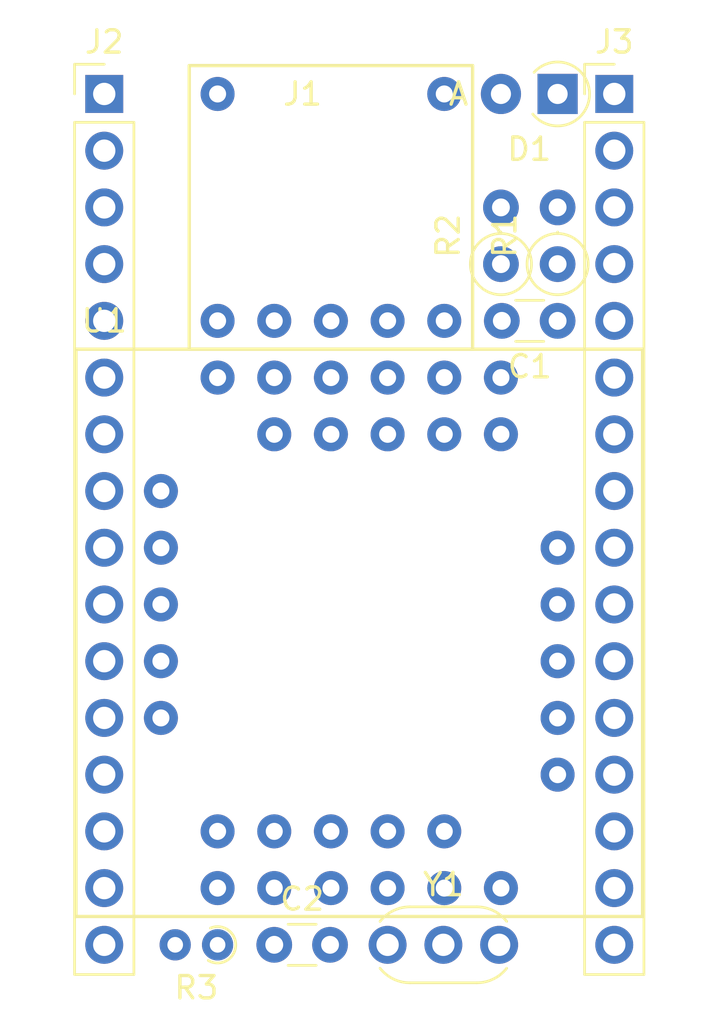
<source format=kicad_pcb>
(kicad_pcb (version 20171130) (host pcbnew 5.0.2+dfsg1-1~bpo9+1)

  (general
    (thickness 1.6)
    (drawings 0)
    (tracks 0)
    (zones 0)
    (modules 11)
    (nets 42)
  )

  (page A4)
  (layers
    (0 F.Cu signal)
    (31 B.Cu signal)
    (32 B.Adhes user)
    (33 F.Adhes user)
    (34 B.Paste user)
    (35 F.Paste user)
    (36 B.SilkS user)
    (37 F.SilkS user)
    (38 B.Mask user)
    (39 F.Mask user)
    (40 Dwgs.User user)
    (41 Cmts.User user)
    (42 Eco1.User user)
    (43 Eco2.User user)
    (44 Edge.Cuts user)
    (45 Margin user)
    (46 B.CrtYd user)
    (47 F.CrtYd user)
    (48 B.Fab user)
    (49 F.Fab user)
  )

  (setup
    (last_trace_width 0.25)
    (trace_clearance 0.2)
    (zone_clearance 0.508)
    (zone_45_only no)
    (trace_min 0.2)
    (segment_width 0.2)
    (edge_width 0.1)
    (via_size 0.8)
    (via_drill 0.4)
    (via_min_size 0.4)
    (via_min_drill 0.3)
    (uvia_size 0.3)
    (uvia_drill 0.1)
    (uvias_allowed no)
    (uvia_min_size 0.2)
    (uvia_min_drill 0.1)
    (pcb_text_width 0.3)
    (pcb_text_size 1.5 1.5)
    (mod_edge_width 0.15)
    (mod_text_size 1 1)
    (mod_text_width 0.15)
    (pad_size 1.5 1.5)
    (pad_drill 0.6)
    (pad_to_mask_clearance 0)
    (solder_mask_min_width 0.25)
    (aux_axis_origin 0 0)
    (visible_elements FFFFFF7F)
    (pcbplotparams
      (layerselection 0x010fc_ffffffff)
      (usegerberextensions false)
      (usegerberattributes false)
      (usegerberadvancedattributes false)
      (creategerberjobfile false)
      (excludeedgelayer true)
      (linewidth 0.100000)
      (plotframeref false)
      (viasonmask false)
      (mode 1)
      (useauxorigin false)
      (hpglpennumber 1)
      (hpglpenspeed 20)
      (hpglpendiameter 15.000000)
      (psnegative false)
      (psa4output false)
      (plotreference true)
      (plotvalue true)
      (plotinvisibletext false)
      (padsonsilk false)
      (subtractmaskfromsilk false)
      (outputformat 1)
      (mirror false)
      (drillshape 1)
      (scaleselection 1)
      (outputdirectory ""))
  )

  (net 0 "")
  (net 1 VBUS)
  (net 2 "Net-(J1-Pad2)")
  (net 3 "Net-(J1-Pad3)")
  (net 4 "Net-(J1-Pad4)")
  (net 5 GND)
  (net 6 "Net-(J1-Pad6)")
  (net 7 PE6)
  (net 8 "Net-(R1-Pad1)")
  (net 9 "Net-(R2-Pad1)")
  (net 10 "Net-(C2-Pad1)")
  (net 11 PB0)
  (net 12 PB1)
  (net 13 PB2)
  (net 14 PB3)
  (net 15 PB7)
  (net 16 RESET)
  (net 17 VCC)
  (net 18 "Net-(U1-Pad16)")
  (net 19 "Net-(U1-Pad17)")
  (net 20 PD0)
  (net 21 PD1)
  (net 22 PD2)
  (net 23 PD3)
  (net 24 PD5)
  (net 25 PD4)
  (net 26 PD6)
  (net 27 PD7)
  (net 28 PB4)
  (net 29 PB5)
  (net 30 PB6)
  (net 31 PC6)
  (net 32 PC7)
  (net 33 PE2)
  (net 34 PF7)
  (net 35 PF6)
  (net 36 PF5)
  (net 37 PF4)
  (net 38 PF1)
  (net 39 PF0)
  (net 40 "Net-(C1-Pad1)")
  (net 41 "Net-(J2-Pad9)")

  (net_class Default "This is the default net class."
    (clearance 0.2)
    (trace_width 0.25)
    (via_dia 0.8)
    (via_drill 0.4)
    (uvia_dia 0.3)
    (uvia_drill 0.1)
    (add_net GND)
    (add_net "Net-(C1-Pad1)")
    (add_net "Net-(C2-Pad1)")
    (add_net "Net-(J1-Pad2)")
    (add_net "Net-(J1-Pad3)")
    (add_net "Net-(J1-Pad4)")
    (add_net "Net-(J1-Pad6)")
    (add_net "Net-(J2-Pad9)")
    (add_net "Net-(R1-Pad1)")
    (add_net "Net-(R2-Pad1)")
    (add_net "Net-(U1-Pad16)")
    (add_net "Net-(U1-Pad17)")
    (add_net PB0)
    (add_net PB1)
    (add_net PB2)
    (add_net PB3)
    (add_net PB4)
    (add_net PB5)
    (add_net PB6)
    (add_net PB7)
    (add_net PC6)
    (add_net PC7)
    (add_net PD0)
    (add_net PD1)
    (add_net PD2)
    (add_net PD3)
    (add_net PD4)
    (add_net PD5)
    (add_net PD6)
    (add_net PD7)
    (add_net PE2)
    (add_net PE6)
    (add_net PF0)
    (add_net PF1)
    (add_net PF4)
    (add_net PF5)
    (add_net PF6)
    (add_net PF7)
    (add_net RESET)
    (add_net VBUS)
    (add_net VCC)
  )

  (module Diode_THT:D_A-405_P2.54mm_Vertical_AnodeUp (layer F.Cu) (tedit 5AE50CD5) (tstamp 5CF09B9E)
    (at 106.68 -101.6 180)
    (descr "Diode, A-405 series, Axial, Vertical, pin pitch=2.54mm, , length*diameter=5.2*2.7mm^2, , http://www.diodes.com/_files/packages/A-405.pdf")
    (tags "Diode A-405 series Axial Vertical pin pitch 2.54mm  length 5.2mm diameter 2.7mm")
    (path /5CC8865A)
    (fp_text reference D1 (at 1.27 -2.47 180) (layer F.SilkS)
      (effects (font (size 1 1) (thickness 0.15)))
    )
    (fp_text value 30V1A (at 1.27 3.359 180) (layer F.Fab)
      (effects (font (size 1 1) (thickness 0.15)))
    )
    (fp_arc (start 0 0) (end 1.113239 -0.9) (angle -278.451986) (layer F.SilkS) (width 0.12))
    (fp_circle (center 0 0) (end 1.35 0) (layer F.Fab) (width 0.1))
    (fp_line (start 0 0) (end 2.54 0) (layer F.Fab) (width 0.1))
    (fp_line (start -1.6 -1.6) (end -1.6 1.6) (layer F.CrtYd) (width 0.05))
    (fp_line (start -1.6 1.6) (end 3.69 1.6) (layer F.CrtYd) (width 0.05))
    (fp_line (start 3.69 1.6) (end 3.69 -1.6) (layer F.CrtYd) (width 0.05))
    (fp_line (start 3.69 -1.6) (end -1.6 -1.6) (layer F.CrtYd) (width 0.05))
    (fp_text user %R (at 1.27 -2.47 180) (layer F.Fab)
      (effects (font (size 1 1) (thickness 0.15)))
    )
    (fp_text user A (at 4.44 0 180) (layer F.Fab)
      (effects (font (size 1 1) (thickness 0.15)))
    )
    (fp_text user A (at 4.44 0 180) (layer F.SilkS)
      (effects (font (size 1 1) (thickness 0.15)))
    )
    (pad 1 thru_hole rect (at 0 0 180) (size 1.8 1.8) (drill 0.9) (layers *.Cu *.Mask)
      (net 17 VCC))
    (pad 2 thru_hole oval (at 2.54 0 180) (size 1.8 1.8) (drill 0.9) (layers *.Cu *.Mask)
      (net 1 VBUS))
    (model ${KISYS3DMOD}/Diode_THT.3dshapes/D_A-405_P2.54mm_Vertical_AnodeUp.wrl
      (at (xyz 0 0 0))
      (scale (xyz 1 1 1))
      (rotate (xyz 0 0 0))
    )
  )

  (module Capacitor_THT:C_Disc_D3.0mm_W1.6mm_P2.50mm (layer F.Cu) (tedit 5AE50EF0) (tstamp 5CF085DC)
    (at 93.98 -63.5)
    (descr "C, Disc series, Radial, pin pitch=2.50mm, , diameter*width=3.0*1.6mm^2, Capacitor, http://www.vishay.com/docs/45233/krseries.pdf")
    (tags "C Disc series Radial pin pitch 2.50mm  diameter 3.0mm width 1.6mm Capacitor")
    (path /5CC7F12B)
    (fp_text reference C2 (at 1.25 -2.05) (layer F.SilkS)
      (effects (font (size 1 1) (thickness 0.15)))
    )
    (fp_text value 1u (at 1.25 2.05) (layer F.Fab)
      (effects (font (size 1 1) (thickness 0.15)))
    )
    (fp_text user %R (at 1.25 0) (layer F.Fab)
      (effects (font (size 0.6 0.6) (thickness 0.09)))
    )
    (fp_line (start 3.55 -1.05) (end -1.05 -1.05) (layer F.CrtYd) (width 0.05))
    (fp_line (start 3.55 1.05) (end 3.55 -1.05) (layer F.CrtYd) (width 0.05))
    (fp_line (start -1.05 1.05) (end 3.55 1.05) (layer F.CrtYd) (width 0.05))
    (fp_line (start -1.05 -1.05) (end -1.05 1.05) (layer F.CrtYd) (width 0.05))
    (fp_line (start 0.621 0.92) (end 1.879 0.92) (layer F.SilkS) (width 0.12))
    (fp_line (start 0.621 -0.92) (end 1.879 -0.92) (layer F.SilkS) (width 0.12))
    (fp_line (start 2.75 -0.8) (end -0.25 -0.8) (layer F.Fab) (width 0.1))
    (fp_line (start 2.75 0.8) (end 2.75 -0.8) (layer F.Fab) (width 0.1))
    (fp_line (start -0.25 0.8) (end 2.75 0.8) (layer F.Fab) (width 0.1))
    (fp_line (start -0.25 -0.8) (end -0.25 0.8) (layer F.Fab) (width 0.1))
    (pad 2 thru_hole circle (at 2.5 0) (size 1.6 1.6) (drill 0.8) (layers *.Cu *.Mask)
      (net 5 GND))
    (pad 1 thru_hole circle (at 0 0) (size 1.6 1.6) (drill 0.8) (layers *.Cu *.Mask)
      (net 10 "Net-(C2-Pad1)"))
    (model ${KISYS3DMOD}/Capacitor_THT.3dshapes/C_Disc_D3.0mm_W1.6mm_P2.50mm.wrl
      (at (xyz 0 0 0))
      (scale (xyz 1 1 1))
      (rotate (xyz 0 0 0))
    )
  )

  (module Capacitor_THT:C_Disc_D3.0mm_W1.6mm_P2.50mm (layer F.Cu) (tedit 5AE50EF0) (tstamp 5CF085CC)
    (at 106.68 -91.44 180)
    (descr "C, Disc series, Radial, pin pitch=2.50mm, , diameter*width=3.0*1.6mm^2, Capacitor, http://www.vishay.com/docs/45233/krseries.pdf")
    (tags "C Disc series Radial pin pitch 2.50mm  diameter 3.0mm width 1.6mm Capacitor")
    (path /5CC7F360)
    (fp_text reference C1 (at 1.25 -2.05 180) (layer F.SilkS)
      (effects (font (size 1 1) (thickness 0.15)))
    )
    (fp_text value 0.1u (at 1.25 2.05 180) (layer F.Fab)
      (effects (font (size 1 1) (thickness 0.15)))
    )
    (fp_line (start -0.25 -0.8) (end -0.25 0.8) (layer F.Fab) (width 0.1))
    (fp_line (start -0.25 0.8) (end 2.75 0.8) (layer F.Fab) (width 0.1))
    (fp_line (start 2.75 0.8) (end 2.75 -0.8) (layer F.Fab) (width 0.1))
    (fp_line (start 2.75 -0.8) (end -0.25 -0.8) (layer F.Fab) (width 0.1))
    (fp_line (start 0.621 -0.92) (end 1.879 -0.92) (layer F.SilkS) (width 0.12))
    (fp_line (start 0.621 0.92) (end 1.879 0.92) (layer F.SilkS) (width 0.12))
    (fp_line (start -1.05 -1.05) (end -1.05 1.05) (layer F.CrtYd) (width 0.05))
    (fp_line (start -1.05 1.05) (end 3.55 1.05) (layer F.CrtYd) (width 0.05))
    (fp_line (start 3.55 1.05) (end 3.55 -1.05) (layer F.CrtYd) (width 0.05))
    (fp_line (start 3.55 -1.05) (end -1.05 -1.05) (layer F.CrtYd) (width 0.05))
    (fp_text user %R (at 1.25 0 180) (layer F.Fab)
      (effects (font (size 0.6 0.6) (thickness 0.09)))
    )
    (pad 1 thru_hole circle (at 0 0 180) (size 1.6 1.6) (drill 0.8) (layers *.Cu *.Mask)
      (net 40 "Net-(C1-Pad1)"))
    (pad 2 thru_hole circle (at 2.5 0 180) (size 1.6 1.6) (drill 0.8) (layers *.Cu *.Mask)
      (net 5 GND))
    (model ${KISYS3DMOD}/Capacitor_THT.3dshapes/C_Disc_D3.0mm_W1.6mm_P2.50mm.wrl
      (at (xyz 0 0 0))
      (scale (xyz 1 1 1))
      (rotate (xyz 0 0 0))
    )
  )

  (module Resistor_THT:R_Axial_DIN0204_L3.6mm_D1.6mm_P1.90mm_Vertical (layer F.Cu) (tedit 5AE5139B) (tstamp 5CEFC08A)
    (at 91.44 -63.5 180)
    (descr "Resistor, Axial_DIN0204 series, Axial, Vertical, pin pitch=1.9mm, 0.167W, length*diameter=3.6*1.6mm^2, http://cdn-reichelt.de/documents/datenblatt/B400/1_4W%23YAG.pdf")
    (tags "Resistor Axial_DIN0204 series Axial Vertical pin pitch 1.9mm 0.167W length 3.6mm diameter 1.6mm")
    (path /5CC7DDF0)
    (fp_text reference R3 (at 0.95 -1.92 180) (layer F.SilkS)
      (effects (font (size 1 1) (thickness 0.15)))
    )
    (fp_text value 10k (at 0.95 1.92 180) (layer F.Fab)
      (effects (font (size 1 1) (thickness 0.15)))
    )
    (fp_arc (start 0 0) (end 0.417133 -0.7) (angle -233.92106) (layer F.SilkS) (width 0.12))
    (fp_circle (center 0 0) (end 0.8 0) (layer F.Fab) (width 0.1))
    (fp_line (start 0 0) (end 1.9 0) (layer F.Fab) (width 0.1))
    (fp_line (start -1.05 -1.05) (end -1.05 1.05) (layer F.CrtYd) (width 0.05))
    (fp_line (start -1.05 1.05) (end 2.86 1.05) (layer F.CrtYd) (width 0.05))
    (fp_line (start 2.86 1.05) (end 2.86 -1.05) (layer F.CrtYd) (width 0.05))
    (fp_line (start 2.86 -1.05) (end -1.05 -1.05) (layer F.CrtYd) (width 0.05))
    (fp_text user %R (at 0.95 -1.92 180) (layer F.Fab)
      (effects (font (size 1 1) (thickness 0.15)))
    )
    (pad 1 thru_hole circle (at 0 0 180) (size 1.4 1.4) (drill 0.7) (layers *.Cu *.Mask)
      (net 17 VCC))
    (pad 2 thru_hole oval (at 1.9 0 180) (size 1.4 1.4) (drill 0.7) (layers *.Cu *.Mask)
      (net 16 RESET))
    (model ${KISYS3DMOD}/Resistor_THT.3dshapes/R_Axial_DIN0204_L3.6mm_D1.6mm_P1.90mm_Vertical.wrl
      (at (xyz 0 0 0))
      (scale (xyz 1 1 1))
      (rotate (xyz 0 0 0))
    )
  )

  (module Resistor_THT:R_Axial_DIN0207_L6.3mm_D2.5mm_P2.54mm_Vertical (layer F.Cu) (tedit 5AE5139B) (tstamp 5CEFC07C)
    (at 104.14 -93.98 90)
    (descr "Resistor, Axial_DIN0207 series, Axial, Vertical, pin pitch=2.54mm, 0.25W = 1/4W, length*diameter=6.3*2.5mm^2, http://cdn-reichelt.de/documents/datenblatt/B400/1_4W%23YAG.pdf")
    (tags "Resistor Axial_DIN0207 series Axial Vertical pin pitch 2.54mm 0.25W = 1/4W length 6.3mm diameter 2.5mm")
    (path /5CC7E2AA)
    (fp_text reference R2 (at 1.27 -2.37 90) (layer F.SilkS)
      (effects (font (size 1 1) (thickness 0.15)))
    )
    (fp_text value 22 (at 1.27 2.37 90) (layer F.Fab)
      (effects (font (size 1 1) (thickness 0.15)))
    )
    (fp_text user %R (at 1.27 -2.37 90) (layer F.Fab)
      (effects (font (size 1 1) (thickness 0.15)))
    )
    (fp_line (start 3.59 -1.5) (end -1.5 -1.5) (layer F.CrtYd) (width 0.05))
    (fp_line (start 3.59 1.5) (end 3.59 -1.5) (layer F.CrtYd) (width 0.05))
    (fp_line (start -1.5 1.5) (end 3.59 1.5) (layer F.CrtYd) (width 0.05))
    (fp_line (start -1.5 -1.5) (end -1.5 1.5) (layer F.CrtYd) (width 0.05))
    (fp_line (start 1.37 0) (end 1.44 0) (layer F.SilkS) (width 0.12))
    (fp_line (start 0 0) (end 2.54 0) (layer F.Fab) (width 0.1))
    (fp_circle (center 0 0) (end 1.37 0) (layer F.SilkS) (width 0.12))
    (fp_circle (center 0 0) (end 1.25 0) (layer F.Fab) (width 0.1))
    (pad 2 thru_hole oval (at 2.54 0 90) (size 1.6 1.6) (drill 0.8) (layers *.Cu *.Mask)
      (net 3 "Net-(J1-Pad3)"))
    (pad 1 thru_hole circle (at 0 0 90) (size 1.6 1.6) (drill 0.8) (layers *.Cu *.Mask)
      (net 9 "Net-(R2-Pad1)"))
    (model ${KISYS3DMOD}/Resistor_THT.3dshapes/R_Axial_DIN0207_L6.3mm_D2.5mm_P2.54mm_Vertical.wrl
      (at (xyz 0 0 0))
      (scale (xyz 1 1 1))
      (rotate (xyz 0 0 0))
    )
  )

  (module Resistor_THT:R_Axial_DIN0207_L6.3mm_D2.5mm_P2.54mm_Vertical (layer F.Cu) (tedit 5AE5139B) (tstamp 5CEFC06E)
    (at 106.68 -93.98 90)
    (descr "Resistor, Axial_DIN0207 series, Axial, Vertical, pin pitch=2.54mm, 0.25W = 1/4W, length*diameter=6.3*2.5mm^2, http://cdn-reichelt.de/documents/datenblatt/B400/1_4W%23YAG.pdf")
    (tags "Resistor Axial_DIN0207 series Axial Vertical pin pitch 2.54mm 0.25W = 1/4W length 6.3mm diameter 2.5mm")
    (path /5CC7E343)
    (fp_text reference R1 (at 1.27 -2.37 90) (layer F.SilkS)
      (effects (font (size 1 1) (thickness 0.15)))
    )
    (fp_text value 22 (at 1.27 2.37 90) (layer F.Fab)
      (effects (font (size 1 1) (thickness 0.15)))
    )
    (fp_circle (center 0 0) (end 1.25 0) (layer F.Fab) (width 0.1))
    (fp_circle (center 0 0) (end 1.37 0) (layer F.SilkS) (width 0.12))
    (fp_line (start 0 0) (end 2.54 0) (layer F.Fab) (width 0.1))
    (fp_line (start 1.37 0) (end 1.44 0) (layer F.SilkS) (width 0.12))
    (fp_line (start -1.5 -1.5) (end -1.5 1.5) (layer F.CrtYd) (width 0.05))
    (fp_line (start -1.5 1.5) (end 3.59 1.5) (layer F.CrtYd) (width 0.05))
    (fp_line (start 3.59 1.5) (end 3.59 -1.5) (layer F.CrtYd) (width 0.05))
    (fp_line (start 3.59 -1.5) (end -1.5 -1.5) (layer F.CrtYd) (width 0.05))
    (fp_text user %R (at 1.27 -2.37 90) (layer F.Fab)
      (effects (font (size 1 1) (thickness 0.15)))
    )
    (pad 1 thru_hole circle (at 0 0 90) (size 1.6 1.6) (drill 0.8) (layers *.Cu *.Mask)
      (net 8 "Net-(R1-Pad1)"))
    (pad 2 thru_hole oval (at 2.54 0 90) (size 1.6 1.6) (drill 0.8) (layers *.Cu *.Mask)
      (net 2 "Net-(J1-Pad2)"))
    (model ${KISYS3DMOD}/Resistor_THT.3dshapes/R_Axial_DIN0207_L6.3mm_D2.5mm_P2.54mm_Vertical.wrl
      (at (xyz 0 0 0))
      (scale (xyz 1 1 1))
      (rotate (xyz 0 0 0))
    )
  )

  (module Connector_PinHeader_2.54mm:PinHeader_1x16_P2.54mm_Vertical locked (layer F.Cu) (tedit 59FED5CC) (tstamp 5CEF8071)
    (at 109.22 -101.6)
    (descr "Through hole straight pin header, 1x16, 2.54mm pitch, single row")
    (tags "Through hole pin header THT 1x16 2.54mm single row")
    (path /5CEADC42)
    (fp_text reference J3 (at 0 -2.33) (layer F.SilkS)
      (effects (font (size 1 1) (thickness 0.15)))
    )
    (fp_text value Conn_01x16 (at 0 40.43) (layer F.Fab)
      (effects (font (size 1 1) (thickness 0.15)))
    )
    (fp_text user %R (at 0 19.05 90) (layer F.Fab)
      (effects (font (size 1 1) (thickness 0.15)))
    )
    (fp_line (start 1.8 -1.8) (end -1.8 -1.8) (layer F.CrtYd) (width 0.05))
    (fp_line (start 1.8 39.9) (end 1.8 -1.8) (layer F.CrtYd) (width 0.05))
    (fp_line (start -1.8 39.9) (end 1.8 39.9) (layer F.CrtYd) (width 0.05))
    (fp_line (start -1.8 -1.8) (end -1.8 39.9) (layer F.CrtYd) (width 0.05))
    (fp_line (start -1.33 -1.33) (end 0 -1.33) (layer F.SilkS) (width 0.12))
    (fp_line (start -1.33 0) (end -1.33 -1.33) (layer F.SilkS) (width 0.12))
    (fp_line (start -1.33 1.27) (end 1.33 1.27) (layer F.SilkS) (width 0.12))
    (fp_line (start 1.33 1.27) (end 1.33 39.43) (layer F.SilkS) (width 0.12))
    (fp_line (start -1.33 1.27) (end -1.33 39.43) (layer F.SilkS) (width 0.12))
    (fp_line (start -1.33 39.43) (end 1.33 39.43) (layer F.SilkS) (width 0.12))
    (fp_line (start -1.27 -0.635) (end -0.635 -1.27) (layer F.Fab) (width 0.1))
    (fp_line (start -1.27 39.37) (end -1.27 -0.635) (layer F.Fab) (width 0.1))
    (fp_line (start 1.27 39.37) (end -1.27 39.37) (layer F.Fab) (width 0.1))
    (fp_line (start 1.27 -1.27) (end 1.27 39.37) (layer F.Fab) (width 0.1))
    (fp_line (start -0.635 -1.27) (end 1.27 -1.27) (layer F.Fab) (width 0.1))
    (pad 16 thru_hole oval (at 0 38.1) (size 1.7 1.7) (drill 1) (layers *.Cu *.Mask)
      (net 21 PD1))
    (pad 15 thru_hole oval (at 0 35.56) (size 1.7 1.7) (drill 1) (layers *.Cu *.Mask)
      (net 23 PD3))
    (pad 14 thru_hole oval (at 0 33.02) (size 1.7 1.7) (drill 1) (layers *.Cu *.Mask)
      (net 26 PD6))
    (pad 13 thru_hole oval (at 0 30.48) (size 1.7 1.7) (drill 1) (layers *.Cu *.Mask)
      (net 5 GND))
    (pad 12 thru_hole oval (at 0 27.94) (size 1.7 1.7) (drill 1) (layers *.Cu *.Mask)
      (net 25 PD4))
    (pad 11 thru_hole oval (at 0 25.4) (size 1.7 1.7) (drill 1) (layers *.Cu *.Mask)
      (net 27 PD7))
    (pad 10 thru_hole oval (at 0 22.86) (size 1.7 1.7) (drill 1) (layers *.Cu *.Mask)
      (net 29 PB5))
    (pad 9 thru_hole oval (at 0 20.32) (size 1.7 1.7) (drill 1) (layers *.Cu *.Mask)
      (net 31 PC6))
    (pad 8 thru_hole oval (at 0 17.78) (size 1.7 1.7) (drill 1) (layers *.Cu *.Mask)
      (net 33 PE2))
    (pad 7 thru_hole oval (at 0 15.24) (size 1.7 1.7) (drill 1) (layers *.Cu *.Mask)
      (net 28 PB4))
    (pad 6 thru_hole oval (at 0 12.7) (size 1.7 1.7) (drill 1) (layers *.Cu *.Mask)
      (net 30 PB6))
    (pad 5 thru_hole oval (at 0 10.16) (size 1.7 1.7) (drill 1) (layers *.Cu *.Mask)
      (net 32 PC7))
    (pad 4 thru_hole oval (at 0 7.62) (size 1.7 1.7) (drill 1) (layers *.Cu *.Mask)
      (net 34 PF7))
    (pad 3 thru_hole oval (at 0 5.08) (size 1.7 1.7) (drill 1) (layers *.Cu *.Mask)
      (net 36 PF5))
    (pad 2 thru_hole oval (at 0 2.54) (size 1.7 1.7) (drill 1) (layers *.Cu *.Mask)
      (net 38 PF1))
    (pad 1 thru_hole rect (at 0 0) (size 1.7 1.7) (drill 1) (layers *.Cu *.Mask)
      (net 17 VCC))
    (model ${KISYS3DMOD}/Connector_PinHeader_2.54mm.3dshapes/PinHeader_1x16_P2.54mm_Vertical.wrl
      (at (xyz 0 0 0))
      (scale (xyz 1 1 1))
      (rotate (xyz 0 0 0))
    )
  )

  (module Connector_PinHeader_2.54mm:PinHeader_1x16_P2.54mm_Vertical locked (layer F.Cu) (tedit 59FED5CC) (tstamp 5CEF824C)
    (at 86.36 -101.6)
    (descr "Through hole straight pin header, 1x16, 2.54mm pitch, single row")
    (tags "Through hole pin header THT 1x16 2.54mm single row")
    (path /5CEADB7C)
    (fp_text reference J2 (at 0 -2.33) (layer F.SilkS)
      (effects (font (size 1 1) (thickness 0.15)))
    )
    (fp_text value Conn_01x16 (at 0 40.43) (layer F.Fab)
      (effects (font (size 1 1) (thickness 0.15)))
    )
    (fp_line (start -0.635 -1.27) (end 1.27 -1.27) (layer F.Fab) (width 0.1))
    (fp_line (start 1.27 -1.27) (end 1.27 39.37) (layer F.Fab) (width 0.1))
    (fp_line (start 1.27 39.37) (end -1.27 39.37) (layer F.Fab) (width 0.1))
    (fp_line (start -1.27 39.37) (end -1.27 -0.635) (layer F.Fab) (width 0.1))
    (fp_line (start -1.27 -0.635) (end -0.635 -1.27) (layer F.Fab) (width 0.1))
    (fp_line (start -1.33 39.43) (end 1.33 39.43) (layer F.SilkS) (width 0.12))
    (fp_line (start -1.33 1.27) (end -1.33 39.43) (layer F.SilkS) (width 0.12))
    (fp_line (start 1.33 1.27) (end 1.33 39.43) (layer F.SilkS) (width 0.12))
    (fp_line (start -1.33 1.27) (end 1.33 1.27) (layer F.SilkS) (width 0.12))
    (fp_line (start -1.33 0) (end -1.33 -1.33) (layer F.SilkS) (width 0.12))
    (fp_line (start -1.33 -1.33) (end 0 -1.33) (layer F.SilkS) (width 0.12))
    (fp_line (start -1.8 -1.8) (end -1.8 39.9) (layer F.CrtYd) (width 0.05))
    (fp_line (start -1.8 39.9) (end 1.8 39.9) (layer F.CrtYd) (width 0.05))
    (fp_line (start 1.8 39.9) (end 1.8 -1.8) (layer F.CrtYd) (width 0.05))
    (fp_line (start 1.8 -1.8) (end -1.8 -1.8) (layer F.CrtYd) (width 0.05))
    (fp_text user %R (at 0 19.05 90) (layer F.Fab)
      (effects (font (size 1 1) (thickness 0.15)))
    )
    (pad 1 thru_hole rect (at 0 0) (size 1.7 1.7) (drill 1) (layers *.Cu *.Mask)
      (net 35 PF6))
    (pad 2 thru_hole oval (at 0 2.54) (size 1.7 1.7) (drill 1) (layers *.Cu *.Mask)
      (net 37 PF4))
    (pad 3 thru_hole oval (at 0 5.08) (size 1.7 1.7) (drill 1) (layers *.Cu *.Mask)
      (net 39 PF0))
    (pad 4 thru_hole oval (at 0 7.62) (size 1.7 1.7) (drill 1) (layers *.Cu *.Mask)
      (net 11 PB0))
    (pad 5 thru_hole oval (at 0 10.16) (size 1.7 1.7) (drill 1) (layers *.Cu *.Mask)
      (net 13 PB2))
    (pad 6 thru_hole oval (at 0 12.7) (size 1.7 1.7) (drill 1) (layers *.Cu *.Mask)
      (net 15 PB7))
    (pad 7 thru_hole oval (at 0 15.24) (size 1.7 1.7) (drill 1) (layers *.Cu *.Mask)
      (net 16 RESET))
    (pad 8 thru_hole oval (at 0 17.78) (size 1.7 1.7) (drill 1) (layers *.Cu *.Mask)
      (net 7 PE6))
    (pad 9 thru_hole oval (at 0 20.32) (size 1.7 1.7) (drill 1) (layers *.Cu *.Mask)
      (net 41 "Net-(J2-Pad9)"))
    (pad 10 thru_hole oval (at 0 22.86) (size 1.7 1.7) (drill 1) (layers *.Cu *.Mask)
      (net 5 GND))
    (pad 11 thru_hole oval (at 0 25.4) (size 1.7 1.7) (drill 1) (layers *.Cu *.Mask)
      (net 1 VBUS))
    (pad 12 thru_hole oval (at 0 27.94) (size 1.7 1.7) (drill 1) (layers *.Cu *.Mask)
      (net 12 PB1))
    (pad 13 thru_hole oval (at 0 30.48) (size 1.7 1.7) (drill 1) (layers *.Cu *.Mask)
      (net 14 PB3))
    (pad 14 thru_hole oval (at 0 33.02) (size 1.7 1.7) (drill 1) (layers *.Cu *.Mask)
      (net 24 PD5))
    (pad 15 thru_hole oval (at 0 35.56) (size 1.7 1.7) (drill 1) (layers *.Cu *.Mask)
      (net 22 PD2))
    (pad 16 thru_hole oval (at 0 38.1) (size 1.7 1.7) (drill 1) (layers *.Cu *.Mask)
      (net 20 PD0))
    (model ${KISYS3DMOD}/Connector_PinHeader_2.54mm.3dshapes/PinHeader_1x16_P2.54mm_Vertical.wrl
      (at (xyz 0 0 0))
      (scale (xyz 1 1 1))
      (rotate (xyz 0 0 0))
    )
  )

  (module Crystal:Resonator-3Pin_W6.0mm_H3.0mm (layer F.Cu) (tedit 5A0FD1B2) (tstamp 5CEF83C9)
    (at 99.06 -63.5)
    (descr "Ceramic Resomator/Filter 6.0x3.0mm^2, length*width=6.0x3.0mm^2 package, package length=6.0mm, package width=3.0mm, 3 pins")
    (tags "THT ceramic resonator filter")
    (path /5CC7FCC1)
    (fp_text reference Y1 (at 2.5 -2.7) (layer F.SilkS)
      (effects (font (size 1 1) (thickness 0.15)))
    )
    (fp_text value 16MHz (at 2.5 2.7) (layer F.Fab)
      (effects (font (size 1 1) (thickness 0.15)))
    )
    (fp_text user %R (at 2.5 0) (layer F.Fab)
      (effects (font (size 1 1) (thickness 0.15)))
    )
    (fp_line (start 1 -1.5) (end 4 -1.5) (layer F.Fab) (width 0.1))
    (fp_line (start 1 1.5) (end 4 1.5) (layer F.Fab) (width 0.1))
    (fp_line (start 1 -1.5) (end 4 -1.5) (layer F.Fab) (width 0.1))
    (fp_line (start 1 1.5) (end 4 1.5) (layer F.Fab) (width 0.1))
    (fp_line (start 1 -1.7) (end 4 -1.7) (layer F.SilkS) (width 0.12))
    (fp_line (start 1 1.7) (end 4 1.7) (layer F.SilkS) (width 0.12))
    (fp_line (start -1.1 -2) (end -1.1 2) (layer F.CrtYd) (width 0.05))
    (fp_line (start -1.1 2) (end 6 2) (layer F.CrtYd) (width 0.05))
    (fp_line (start 6 2) (end 6 -2) (layer F.CrtYd) (width 0.05))
    (fp_line (start 6 -2) (end -1.1 -2) (layer F.CrtYd) (width 0.05))
    (fp_arc (start 1 0) (end 1 -1.5) (angle -180) (layer F.Fab) (width 0.1))
    (fp_arc (start 4 0) (end 4 -1.5) (angle 180) (layer F.Fab) (width 0.1))
    (fp_arc (start 1 0) (end 1 -1.5) (angle -180) (layer F.Fab) (width 0.1))
    (fp_arc (start 4 0) (end 4 -1.5) (angle 180) (layer F.Fab) (width 0.1))
    (fp_arc (start 1 0) (end 1 -1.7) (angle -51.9) (layer F.SilkS) (width 0.12))
    (fp_arc (start 4 0) (end 4 -1.7) (angle 51.9) (layer F.SilkS) (width 0.12))
    (fp_arc (start 1 0) (end 1 1.7) (angle 51.9) (layer F.SilkS) (width 0.12))
    (fp_arc (start 4 0) (end 4 1.7) (angle -51.9) (layer F.SilkS) (width 0.12))
    (pad 1 thru_hole circle (at 0 0) (size 1.7 1.7) (drill 1) (layers *.Cu *.Mask)
      (net 18 "Net-(U1-Pad16)"))
    (pad 2 thru_hole circle (at 2.5 0) (size 1.7 1.7) (drill 1) (layers *.Cu *.Mask)
      (net 5 GND))
    (pad 3 thru_hole circle (at 5 0) (size 1.7 1.7) (drill 1) (layers *.Cu *.Mask)
      (net 19 "Net-(U1-Pad17)"))
    (model ${KISYS3DMOD}/Crystal.3dshapes/Resonator-3Pin_W6.0mm_H3.0mm.wrl
      (at (xyz 0 0 0))
      (scale (xyz 1 1 1))
      (rotate (xyz 0 0 0))
    )
  )

  (module User-Boards:AE-QFP44RP8-DIP locked (layer F.Cu) (tedit 5CC7B77B) (tstamp 5CEF7FC4)
    (at 86.36 -88.9)
    (descr http://akizukidenshi.com/catalog/g/gP-07364/)
    (path /5CEB112E)
    (fp_text reference U1 (at 0 -2.54) (layer F.SilkS)
      (effects (font (size 1 1) (thickness 0.15)))
    )
    (fp_text value ATmega32U4-AU (at 10.16 -2.54) (layer F.Fab)
      (effects (font (size 1 1) (thickness 0.15)))
    )
    (fp_line (start -1.27 -1.27) (end -1.27 24.13) (layer F.SilkS) (width 0.15))
    (fp_line (start -1.27 24.13) (end 24.13 24.13) (layer F.SilkS) (width 0.15))
    (fp_line (start 24.13 24.13) (end 24.13 -1.27) (layer F.SilkS) (width 0.15))
    (fp_line (start 24.13 -1.27) (end -1.27 -1.27) (layer F.SilkS) (width 0.15))
    (pad 1 thru_hole circle (at 0 5.08) (size 1.524 1.524) (drill 0.762) (layers *.Cu *.Mask)
      (net 7 PE6))
    (pad 2 thru_hole circle (at 2.54 5.08) (size 1.524 1.524) (drill 0.762) (layers *.Cu *.Mask)
      (net 1 VBUS))
    (pad 3 thru_hole circle (at 0 7.62) (size 1.524 1.524) (drill 0.762) (layers *.Cu *.Mask)
      (net 8 "Net-(R1-Pad1)"))
    (pad 4 thru_hole circle (at 2.54 7.62) (size 1.524 1.524) (drill 0.762) (layers *.Cu *.Mask)
      (net 9 "Net-(R2-Pad1)"))
    (pad 5 thru_hole circle (at 0 10.16) (size 1.524 1.524) (drill 0.762) (layers *.Cu *.Mask)
      (net 5 GND))
    (pad 6 thru_hole circle (at 2.54 10.16) (size 1.524 1.524) (drill 0.762) (layers *.Cu *.Mask)
      (net 10 "Net-(C2-Pad1)"))
    (pad 7 thru_hole circle (at 0 12.7) (size 1.524 1.524) (drill 0.762) (layers *.Cu *.Mask)
      (net 1 VBUS))
    (pad 8 thru_hole circle (at 2.54 12.7) (size 1.524 1.524) (drill 0.762) (layers *.Cu *.Mask)
      (net 11 PB0))
    (pad 9 thru_hole circle (at 0 15.24) (size 1.524 1.524) (drill 0.762) (layers *.Cu *.Mask)
      (net 12 PB1))
    (pad 10 thru_hole circle (at 2.54 15.24) (size 1.524 1.524) (drill 0.762) (layers *.Cu *.Mask)
      (net 13 PB2))
    (pad 11 thru_hole circle (at 0 17.78) (size 1.524 1.524) (drill 0.762) (layers *.Cu *.Mask)
      (net 14 PB3))
    (pad 12 thru_hole circle (at 5.08 22.86) (size 1.524 1.524) (drill 0.762) (layers *.Cu *.Mask)
      (net 15 PB7))
    (pad 13 thru_hole circle (at 5.08 20.32) (size 1.524 1.524) (drill 0.762) (layers *.Cu *.Mask)
      (net 16 RESET))
    (pad 14 thru_hole circle (at 7.62 22.86) (size 1.524 1.524) (drill 0.762) (layers *.Cu *.Mask)
      (net 17 VCC))
    (pad 15 thru_hole circle (at 7.62 20.32) (size 1.524 1.524) (drill 0.762) (layers *.Cu *.Mask)
      (net 5 GND))
    (pad 16 thru_hole circle (at 10.16 22.86) (size 1.524 1.524) (drill 0.762) (layers *.Cu *.Mask)
      (net 18 "Net-(U1-Pad16)"))
    (pad 17 thru_hole circle (at 10.16 20.32) (size 1.524 1.524) (drill 0.762) (layers *.Cu *.Mask)
      (net 19 "Net-(U1-Pad17)"))
    (pad 18 thru_hole circle (at 12.7 22.86) (size 1.524 1.524) (drill 0.762) (layers *.Cu *.Mask)
      (net 20 PD0))
    (pad 19 thru_hole circle (at 12.7 20.32) (size 1.524 1.524) (drill 0.762) (layers *.Cu *.Mask)
      (net 21 PD1))
    (pad 20 thru_hole circle (at 15.24 22.86) (size 1.524 1.524) (drill 0.762) (layers *.Cu *.Mask)
      (net 22 PD2))
    (pad 21 thru_hole circle (at 15.24 20.32) (size 1.524 1.524) (drill 0.762) (layers *.Cu *.Mask)
      (net 23 PD3))
    (pad 22 thru_hole circle (at 17.78 22.86) (size 1.524 1.524) (drill 0.762) (layers *.Cu *.Mask)
      (net 24 PD5))
    (pad 23 thru_hole circle (at 22.86 17.78) (size 1.524 1.524) (drill 0.762) (layers *.Cu *.Mask)
      (net 5 GND))
    (pad 24 thru_hole circle (at 20.32 17.78) (size 1.524 1.524) (drill 0.762) (layers *.Cu *.Mask)
      (net 17 VCC))
    (pad 25 thru_hole circle (at 22.86 15.24) (size 1.524 1.524) (drill 0.762) (layers *.Cu *.Mask)
      (net 25 PD4))
    (pad 26 thru_hole circle (at 20.32 15.24) (size 1.524 1.524) (drill 0.762) (layers *.Cu *.Mask)
      (net 26 PD6))
    (pad 27 thru_hole circle (at 22.86 12.7) (size 1.524 1.524) (drill 0.762) (layers *.Cu *.Mask)
      (net 27 PD7))
    (pad 28 thru_hole circle (at 20.32 12.7) (size 1.524 1.524) (drill 0.762) (layers *.Cu *.Mask)
      (net 28 PB4))
    (pad 29 thru_hole circle (at 22.86 10.16) (size 1.524 1.524) (drill 0.762) (layers *.Cu *.Mask)
      (net 29 PB5))
    (pad 30 thru_hole circle (at 20.32 10.16) (size 1.524 1.524) (drill 0.762) (layers *.Cu *.Mask)
      (net 30 PB6))
    (pad 31 thru_hole circle (at 22.86 7.62) (size 1.524 1.524) (drill 0.762) (layers *.Cu *.Mask)
      (net 31 PC6))
    (pad 32 thru_hole circle (at 20.32 7.62) (size 1.524 1.524) (drill 0.762) (layers *.Cu *.Mask)
      (net 32 PC7))
    (pad 33 thru_hole circle (at 22.86 5.08) (size 1.524 1.524) (drill 0.762) (layers *.Cu *.Mask)
      (net 33 PE2))
    (pad 34 thru_hole circle (at 17.78 0) (size 1.524 1.524) (drill 0.762) (layers *.Cu *.Mask)
      (net 17 VCC))
    (pad 35 thru_hole circle (at 17.78 2.54) (size 1.524 1.524) (drill 0.762) (layers *.Cu *.Mask)
      (net 5 GND))
    (pad 36 thru_hole circle (at 15.24 0) (size 1.524 1.524) (drill 0.762) (layers *.Cu *.Mask)
      (net 34 PF7))
    (pad 37 thru_hole circle (at 15.24 2.54) (size 1.524 1.524) (drill 0.762) (layers *.Cu *.Mask)
      (net 35 PF6))
    (pad 38 thru_hole circle (at 12.7 0) (size 1.524 1.524) (drill 0.762) (layers *.Cu *.Mask)
      (net 36 PF5))
    (pad 39 thru_hole circle (at 12.7 2.54) (size 1.524 1.524) (drill 0.762) (layers *.Cu *.Mask)
      (net 37 PF4))
    (pad 40 thru_hole circle (at 10.16 0) (size 1.524 1.524) (drill 0.762) (layers *.Cu *.Mask)
      (net 38 PF1))
    (pad 41 thru_hole circle (at 10.16 2.54) (size 1.524 1.524) (drill 0.762) (layers *.Cu *.Mask)
      (net 39 PF0))
    (pad 42 thru_hole circle (at 7.62 0) (size 1.524 1.524) (drill 0.762) (layers *.Cu *.Mask)
      (net 40 "Net-(C1-Pad1)"))
    (pad 43 thru_hole circle (at 7.62 2.54) (size 1.524 1.524) (drill 0.762) (layers *.Cu *.Mask)
      (net 5 GND))
    (pad 44 thru_hole circle (at 5.08 0) (size 1.524 1.524) (drill 0.762) (layers *.Cu *.Mask)
      (net 17 VCC))
  )

  (module User-Boards:AE-USB-MICRO-B-D locked (layer F.Cu) (tedit 5CC7BA12) (tstamp 5CF09DBA)
    (at 91.44 -102.87)
    (descr http://akizukidenshi.com/catalog/g/gP-07364/)
    (path /5CC7EC11)
    (fp_text reference J1 (at 3.81 1.27) (layer F.SilkS)
      (effects (font (size 1 1) (thickness 0.15)))
    )
    (fp_text value AE-USB-MICRO (at 5.08 -1.27) (layer F.Fab)
      (effects (font (size 1 1) (thickness 0.15)))
    )
    (fp_line (start -1.27 0) (end -1.27 12.7) (layer F.SilkS) (width 0.15))
    (fp_line (start -1.27 12.7) (end 11.43 12.7) (layer F.SilkS) (width 0.15))
    (fp_line (start 11.43 12.7) (end 11.43 0) (layer F.SilkS) (width 0.15))
    (fp_line (start 11.43 0) (end -1.27 0) (layer F.SilkS) (width 0.15))
    (pad 1 thru_hole circle (at 0 11.43) (size 1.524 1.524) (drill 0.762) (layers *.Cu *.Mask)
      (net 1 VBUS))
    (pad 2 thru_hole circle (at 2.54 11.43) (size 1.524 1.524) (drill 0.762) (layers *.Cu *.Mask)
      (net 2 "Net-(J1-Pad2)"))
    (pad 3 thru_hole circle (at 5.08 11.43) (size 1.524 1.524) (drill 0.762) (layers *.Cu *.Mask)
      (net 3 "Net-(J1-Pad3)"))
    (pad 4 thru_hole circle (at 7.62 11.43) (size 1.524 1.524) (drill 0.762) (layers *.Cu *.Mask)
      (net 4 "Net-(J1-Pad4)"))
    (pad 5 thru_hole circle (at 10.16 11.43) (size 1.524 1.524) (drill 0.762) (layers *.Cu *.Mask)
      (net 5 GND))
    (pad 6 thru_hole circle (at 0 1.27) (size 1.524 1.524) (drill 0.762) (layers *.Cu *.Mask)
      (net 6 "Net-(J1-Pad6)"))
    (pad 7 thru_hole circle (at 10.16 1.27) (size 1.524 1.524) (drill 0.762) (layers *.Cu *.Mask))
  )

)

</source>
